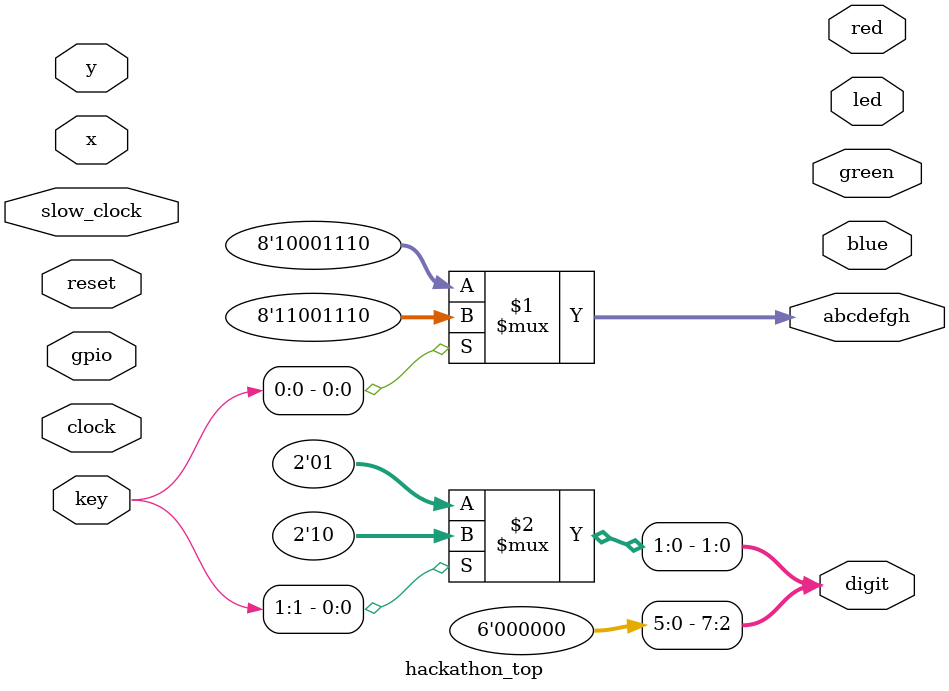
<source format=sv>

module hackathon_top
(
    input  logic       clock,
    input  logic       slow_clock,
    input  logic       reset,

    input  logic [7:0] key,
    output logic [7:0] led,

    // A dynamic seven-segment display

    output logic [7:0] abcdefgh,
    output logic [7:0] digit,

    // LCD screen interface

    input  logic [8:0] x,
    input  logic [8:0] y,

    output logic [4:0] red,
    output logic [5:0] green,
    output logic [4:0] blue,

    inout  logic [2:0] gpio
);
    //   --a--       --1--
    //  |     |     |
    //  f     b     1     0
    //  |     |     |
    //   --g--       --1--
    //  |     |     |
    //  e     c     1     0
    //  |     |     |
    //   --d--  h      0    0

    typedef enum bit [7:0]
    {
        //         abcd efgh
        F     = 8'b1000_1110,  // This means "8-bit binary number"
        P     = 8'b1100_1110,
        G     = 8'b1011_1100,
        A     = 8'b1110_1110,
        space = 8'b0000_0000
    }
    seven_seg_encoding_e;

    assign abcdefgh = key [0] ? P : F;
    assign digit    = key [1] ? 2'b10 : 2'b01;

    // Exercise 1: Display the first letters
    // of your first name and last name instead.

    // assign abcdefgh = ...
    // assign digit    = ...

    // Exercise 2: Display letters of a 4-character word
    // using this code to display letter of FPGA as an example

    /*
    seven_seg_encoding_e letter;

    always_comb
      case (key)
      4'b1000: letter = F;
      4'b0100: letter = P;
      4'b0010: letter = G;
      4'b0001: letter = A;
      default: letter = space;
      endcase

    assign abcdefgh = letter;
    assign digit    = key;
    */

endmodule

</source>
